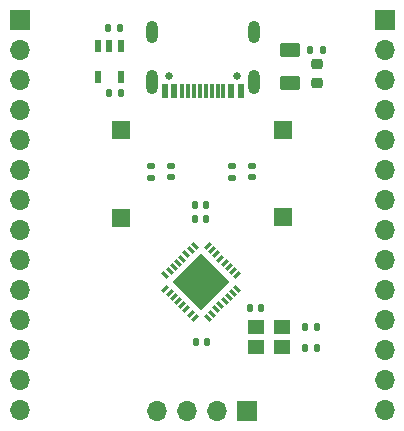
<source format=gts>
%TF.GenerationSoftware,KiCad,Pcbnew,(6.0.7)*%
%TF.CreationDate,2022-09-30T18:15:50+08:00*%
%TF.ProjectId,UINIO-EVB-STM32L051K8,55494e49-4f2d-4455-9642-2d53544d3332,rev?*%
%TF.SameCoordinates,Original*%
%TF.FileFunction,Soldermask,Top*%
%TF.FilePolarity,Negative*%
%FSLAX46Y46*%
G04 Gerber Fmt 4.6, Leading zero omitted, Abs format (unit mm)*
G04 Created by KiCad (PCBNEW (6.0.7)) date 2022-09-30 18:15:50*
%MOMM*%
%LPD*%
G01*
G04 APERTURE LIST*
G04 Aperture macros list*
%AMRoundRect*
0 Rectangle with rounded corners*
0 $1 Rounding radius*
0 $2 $3 $4 $5 $6 $7 $8 $9 X,Y pos of 4 corners*
0 Add a 4 corners polygon primitive as box body*
4,1,4,$2,$3,$4,$5,$6,$7,$8,$9,$2,$3,0*
0 Add four circle primitives for the rounded corners*
1,1,$1+$1,$2,$3*
1,1,$1+$1,$4,$5*
1,1,$1+$1,$6,$7*
1,1,$1+$1,$8,$9*
0 Add four rect primitives between the rounded corners*
20,1,$1+$1,$2,$3,$4,$5,0*
20,1,$1+$1,$4,$5,$6,$7,0*
20,1,$1+$1,$6,$7,$8,$9,0*
20,1,$1+$1,$8,$9,$2,$3,0*%
%AMRotRect*
0 Rectangle, with rotation*
0 The origin of the aperture is its center*
0 $1 length*
0 $2 width*
0 $3 Rotation angle, in degrees counterclockwise*
0 Add horizontal line*
21,1,$1,$2,0,0,$3*%
G04 Aperture macros list end*
%ADD10RoundRect,0.135000X0.135000X0.185000X-0.135000X0.185000X-0.135000X-0.185000X0.135000X-0.185000X0*%
%ADD11RoundRect,0.140000X-0.170000X0.140000X-0.170000X-0.140000X0.170000X-0.140000X0.170000X0.140000X0*%
%ADD12RoundRect,0.250000X0.625000X-0.375000X0.625000X0.375000X-0.625000X0.375000X-0.625000X-0.375000X0*%
%ADD13RoundRect,0.140000X0.140000X0.170000X-0.140000X0.170000X-0.140000X-0.170000X0.140000X-0.170000X0*%
%ADD14RotRect,0.600000X0.300000X135.000000*%
%ADD15RotRect,0.600000X0.300000X225.000000*%
%ADD16RotRect,0.600000X0.300000X315.000000*%
%ADD17RotRect,0.600000X0.300000X45.000000*%
%ADD18RotRect,3.450000X3.450000X45.000000*%
%ADD19RoundRect,0.135000X-0.185000X0.135000X-0.185000X-0.135000X0.185000X-0.135000X0.185000X0.135000X0*%
%ADD20O,1.700000X1.700000*%
%ADD21R,1.700000X1.700000*%
%ADD22C,0.650000*%
%ADD23O,1.000000X2.100000*%
%ADD24O,1.000000X1.900000*%
%ADD25R,0.600000X1.150000*%
%ADD26R,0.300000X1.150000*%
%ADD27RoundRect,0.140000X0.170000X-0.140000X0.170000X0.140000X-0.170000X0.140000X-0.170000X-0.140000X0*%
%ADD28R,1.500000X1.500000*%
%ADD29RoundRect,0.218750X0.256250X-0.218750X0.256250X0.218750X-0.256250X0.218750X-0.256250X-0.218750X0*%
%ADD30RoundRect,0.140000X-0.140000X-0.170000X0.140000X-0.170000X0.140000X0.170000X-0.140000X0.170000X0*%
%ADD31R,1.400000X1.200000*%
%ADD32R,0.600000X1.000000*%
G04 APERTURE END LIST*
D10*
%TO.C,R3*%
X165140000Y-99030000D03*
X164120000Y-99030000D03*
%TD*%
D11*
%TO.C,C5*%
X152300000Y-108820000D03*
X152300000Y-109780000D03*
%TD*%
D12*
%TO.C,F1*%
X162380000Y-101820000D03*
X162380000Y-99020000D03*
%TD*%
D13*
%TO.C,C4*%
X155350000Y-123700000D03*
X154390000Y-123700000D03*
%TD*%
D14*
%TO.C,U3*%
X155438614Y-121673488D03*
X155792168Y-121319935D03*
X156145721Y-120966381D03*
X156499275Y-120612828D03*
X156852828Y-120259275D03*
X157206381Y-119905721D03*
X157559935Y-119552168D03*
X157913488Y-119198614D03*
D15*
X157913488Y-118081386D03*
X157559935Y-117727832D03*
X157206381Y-117374279D03*
X156852828Y-117020725D03*
X156499275Y-116667172D03*
X156145721Y-116313619D03*
X155792168Y-115960065D03*
X155438614Y-115606512D03*
D16*
X154321386Y-115606512D03*
X153967832Y-115960065D03*
X153614279Y-116313619D03*
X153260725Y-116667172D03*
X152907172Y-117020725D03*
X152553619Y-117374279D03*
X152200065Y-117727832D03*
X151846512Y-118081386D03*
D17*
X151846512Y-119198614D03*
X152200065Y-119552168D03*
X152553619Y-119905721D03*
X152907172Y-120259275D03*
X153260725Y-120612828D03*
X153614279Y-120966381D03*
X153967832Y-121319935D03*
X154321386Y-121673488D03*
D18*
X154880000Y-118640000D03*
%TD*%
D19*
%TO.C,R1*%
X150600000Y-108790000D03*
X150600000Y-109810000D03*
%TD*%
D20*
%TO.C,J3*%
X151120000Y-129540000D03*
X153660000Y-129540000D03*
X156200000Y-129540000D03*
D21*
X158740000Y-129540000D03*
%TD*%
D13*
%TO.C,C8*%
X155280000Y-112110000D03*
X154320000Y-112110000D03*
%TD*%
%TO.C,C7*%
X159950000Y-120870000D03*
X158990000Y-120870000D03*
%TD*%
D22*
%TO.C,USB1*%
X152110000Y-101198000D03*
X157890000Y-101198000D03*
D23*
X159325000Y-101698000D03*
X150675000Y-101698000D03*
D24*
X159325000Y-97498000D03*
X150675000Y-97498000D03*
D25*
X158200000Y-102460000D03*
X157400000Y-102460000D03*
D26*
X156250000Y-102460000D03*
X155250000Y-102460000D03*
X154750000Y-102460000D03*
X153750000Y-102460000D03*
D25*
X151800000Y-102460000D03*
X152600000Y-102460000D03*
D26*
X153250000Y-102460000D03*
X154250000Y-102460000D03*
X155750000Y-102460000D03*
X156750000Y-102460000D03*
%TD*%
D27*
%TO.C,C9*%
X159180000Y-109760000D03*
X159180000Y-108800000D03*
%TD*%
D28*
%TO.C,SW2*%
X161780000Y-105780000D03*
X161780000Y-113180000D03*
%TD*%
D19*
%TO.C,R2*%
X157500000Y-108790000D03*
X157500000Y-109810000D03*
%TD*%
D29*
%TO.C,D1*%
X164640000Y-101787500D03*
X164640000Y-100212500D03*
%TD*%
D30*
%TO.C,C2*%
X147094000Y-102643000D03*
X148054000Y-102643000D03*
%TD*%
D13*
%TO.C,C6*%
X155280000Y-113320000D03*
X154320000Y-113320000D03*
%TD*%
%TO.C,C11*%
X164640000Y-122450000D03*
X163680000Y-122450000D03*
%TD*%
D31*
%TO.C,Y1*%
X161700000Y-122480000D03*
X159500000Y-122480000D03*
X159500000Y-124180000D03*
X161700000Y-124180000D03*
%TD*%
D13*
%TO.C,C10*%
X164640000Y-124270000D03*
X163680000Y-124270000D03*
%TD*%
D30*
%TO.C,C1*%
X147980000Y-97155000D03*
X147020000Y-97155000D03*
%TD*%
D28*
%TO.C,SW1*%
X148100000Y-105800000D03*
X148100000Y-113200000D03*
%TD*%
D32*
%TO.C,U1*%
X148040000Y-98649000D03*
X147090000Y-98649000D03*
X146140000Y-98649000D03*
X146140000Y-101249000D03*
X148040000Y-101249000D03*
%TD*%
D21*
%TO.C,J2*%
X170400000Y-96500000D03*
D20*
X170400000Y-99040000D03*
X170400000Y-101580000D03*
X170400000Y-104120000D03*
X170400000Y-106660000D03*
X170400000Y-109200000D03*
X170400000Y-111740000D03*
X170400000Y-114280000D03*
X170400000Y-116820000D03*
X170400000Y-119360000D03*
X170400000Y-121900000D03*
X170400000Y-124440000D03*
X170400000Y-126980000D03*
X170400000Y-129520000D03*
%TD*%
D21*
%TO.C,J1*%
X139500000Y-96500000D03*
D20*
X139500000Y-99040000D03*
X139500000Y-101580000D03*
X139500000Y-104120000D03*
X139500000Y-106660000D03*
X139500000Y-109200000D03*
X139500000Y-111740000D03*
X139500000Y-114280000D03*
X139500000Y-116820000D03*
X139500000Y-119360000D03*
X139500000Y-121900000D03*
X139500000Y-124440000D03*
X139500000Y-126980000D03*
X139500000Y-129520000D03*
%TD*%
M02*

</source>
